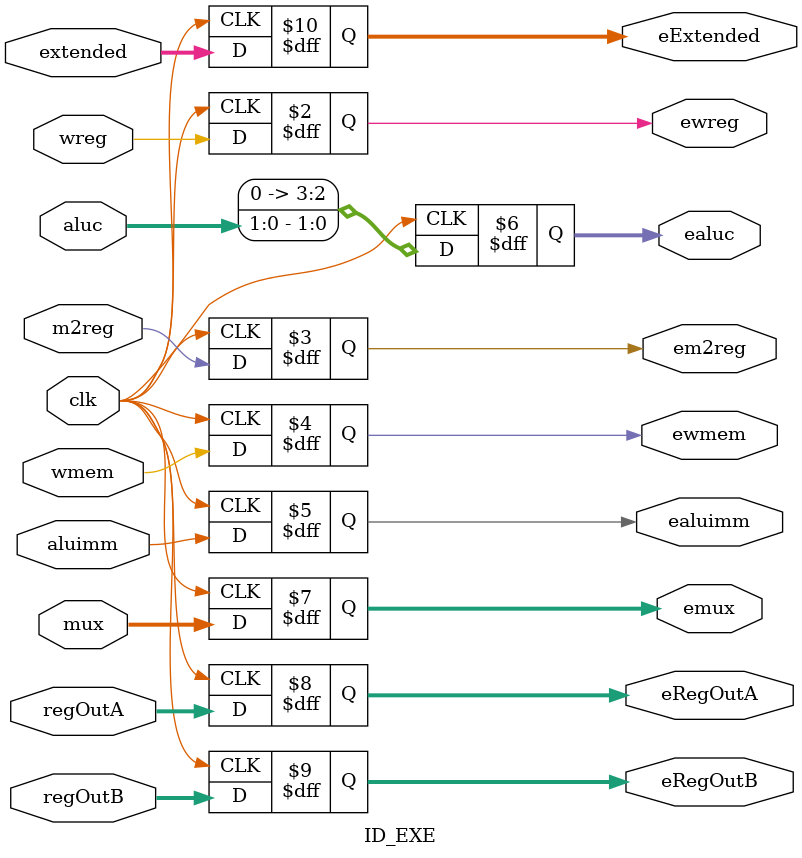
<source format=v>
module ID_EXE(
input clk, wreg, m2reg, wmem, aluimm,
input [1:0] aluc,
input [4:0] mux,
input [31:0] regOutA, regOutB, extended,
output reg ewreg, em2reg, ewmem, ealuimm,
output reg [3:0] ealuc,
output reg [4:0] emux,
output reg [31:0] eRegOutA, eRegOutB, eExtended
    );
    
    always @ (posedge clk)
    begin
        ewreg = wreg;
        em2reg = m2reg;
        ewmem = wmem;
        ealuimm = aluimm;
        ealuc = aluc;
        eRegOutA = regOutA;
        eRegOutB = regOutB;
        eExtended = extended;
        emux = mux;
    end
    
endmodule

</source>
